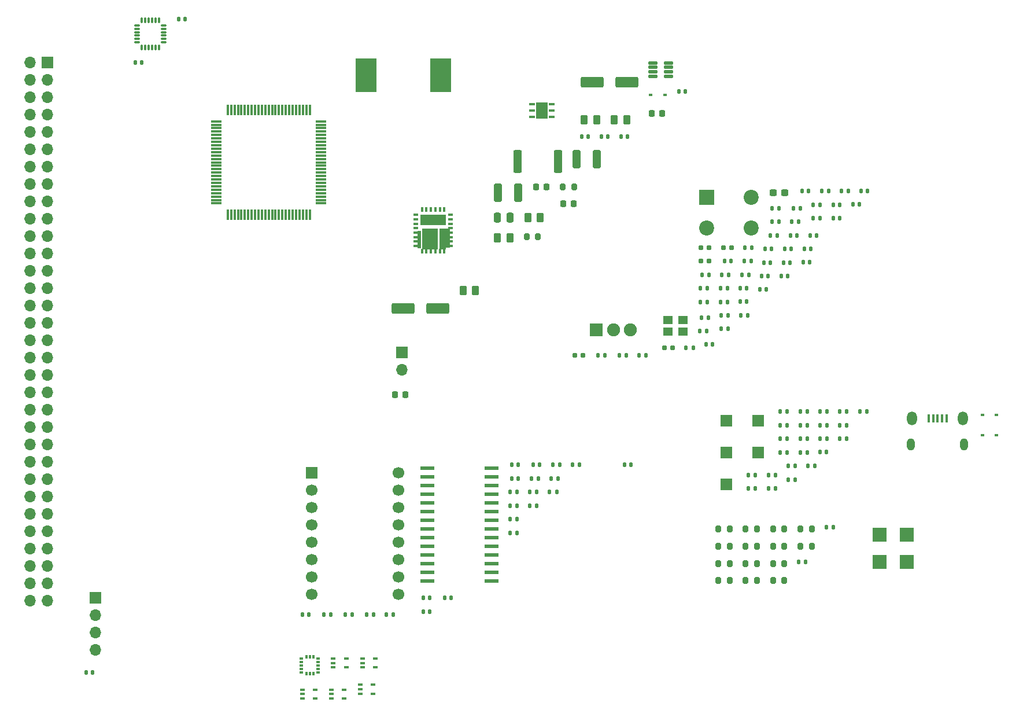
<source format=gbr>
%TF.GenerationSoftware,KiCad,Pcbnew,6.0.7+dfsg-1build1*%
%TF.CreationDate,2022-11-02T19:08:18-04:00*%
%TF.ProjectId,Fc,46632e6b-6963-4616-945f-706362585858,rev?*%
%TF.SameCoordinates,Original*%
%TF.FileFunction,Copper,L1,Top*%
%TF.FilePolarity,Positive*%
%FSLAX46Y46*%
G04 Gerber Fmt 4.6, Leading zero omitted, Abs format (unit mm)*
G04 Created by KiCad (PCBNEW 6.0.7+dfsg-1build1) date 2022-11-02 19:08:18*
%MOMM*%
%LPD*%
G01*
G04 APERTURE LIST*
G04 Aperture macros list*
%AMRoundRect*
0 Rectangle with rounded corners*
0 $1 Rounding radius*
0 $2 $3 $4 $5 $6 $7 $8 $9 X,Y pos of 4 corners*
0 Add a 4 corners polygon primitive as box body*
4,1,4,$2,$3,$4,$5,$6,$7,$8,$9,$2,$3,0*
0 Add four circle primitives for the rounded corners*
1,1,$1+$1,$2,$3*
1,1,$1+$1,$4,$5*
1,1,$1+$1,$6,$7*
1,1,$1+$1,$8,$9*
0 Add four rect primitives between the rounded corners*
20,1,$1+$1,$2,$3,$4,$5,0*
20,1,$1+$1,$4,$5,$6,$7,0*
20,1,$1+$1,$6,$7,$8,$9,0*
20,1,$1+$1,$8,$9,$2,$3,0*%
G04 Aperture macros list end*
%TA.AperFunction,EtchedComponent*%
%ADD10C,0.100000*%
%TD*%
%TA.AperFunction,SMDPad,CuDef*%
%ADD11R,2.000000X2.000000*%
%TD*%
%TA.AperFunction,SMDPad,CuDef*%
%ADD12RoundRect,0.200000X-0.200000X-0.275000X0.200000X-0.275000X0.200000X0.275000X-0.200000X0.275000X0*%
%TD*%
%TA.AperFunction,SMDPad,CuDef*%
%ADD13RoundRect,0.135000X-0.135000X-0.185000X0.135000X-0.185000X0.135000X0.185000X-0.135000X0.185000X0*%
%TD*%
%TA.AperFunction,SMDPad,CuDef*%
%ADD14R,0.450000X1.300000*%
%TD*%
%TA.AperFunction,ComponentPad*%
%ADD15O,1.450000X2.000000*%
%TD*%
%TA.AperFunction,ComponentPad*%
%ADD16O,1.150000X1.800000*%
%TD*%
%TA.AperFunction,ComponentPad*%
%ADD17R,1.700000X1.700000*%
%TD*%
%TA.AperFunction,SMDPad,CuDef*%
%ADD18R,0.600000X0.450000*%
%TD*%
%TA.AperFunction,SMDPad,CuDef*%
%ADD19RoundRect,0.140000X-0.140000X-0.170000X0.140000X-0.170000X0.140000X0.170000X-0.140000X0.170000X0*%
%TD*%
%TA.AperFunction,ComponentPad*%
%ADD20C,1.700000*%
%TD*%
%TA.AperFunction,SMDPad,CuDef*%
%ADD21R,0.650000X0.400000*%
%TD*%
%TA.AperFunction,SMDPad,CuDef*%
%ADD22R,2.000000X0.600000*%
%TD*%
%TA.AperFunction,SMDPad,CuDef*%
%ADD23RoundRect,0.087500X-0.187500X-0.087500X0.187500X-0.087500X0.187500X0.087500X-0.187500X0.087500X0*%
%TD*%
%TA.AperFunction,SMDPad,CuDef*%
%ADD24RoundRect,0.087500X-0.087500X-0.187500X0.087500X-0.187500X0.087500X0.187500X-0.087500X0.187500X0*%
%TD*%
%TA.AperFunction,SMDPad,CuDef*%
%ADD25RoundRect,0.147500X-0.147500X-0.172500X0.147500X-0.172500X0.147500X0.172500X-0.147500X0.172500X0*%
%TD*%
%TA.AperFunction,SMDPad,CuDef*%
%ADD26RoundRect,0.250000X-1.412500X-0.550000X1.412500X-0.550000X1.412500X0.550000X-1.412500X0.550000X0*%
%TD*%
%TA.AperFunction,ComponentPad*%
%ADD27R,1.900000X1.900000*%
%TD*%
%TA.AperFunction,ComponentPad*%
%ADD28C,1.900000*%
%TD*%
%TA.AperFunction,SMDPad,CuDef*%
%ADD29RoundRect,0.218750X-0.218750X-0.256250X0.218750X-0.256250X0.218750X0.256250X-0.218750X0.256250X0*%
%TD*%
%TA.AperFunction,SMDPad,CuDef*%
%ADD30RoundRect,0.250000X-0.362500X-1.425000X0.362500X-1.425000X0.362500X1.425000X-0.362500X1.425000X0*%
%TD*%
%TA.AperFunction,ComponentPad*%
%ADD31O,1.700000X1.700000*%
%TD*%
%TA.AperFunction,SMDPad,CuDef*%
%ADD32RoundRect,0.237500X-0.300000X-0.237500X0.300000X-0.237500X0.300000X0.237500X-0.300000X0.237500X0*%
%TD*%
%TA.AperFunction,SMDPad,CuDef*%
%ADD33RoundRect,0.250000X-0.262500X-0.450000X0.262500X-0.450000X0.262500X0.450000X-0.262500X0.450000X0*%
%TD*%
%TA.AperFunction,SMDPad,CuDef*%
%ADD34RoundRect,0.250000X-0.325000X-1.100000X0.325000X-1.100000X0.325000X1.100000X-0.325000X1.100000X0*%
%TD*%
%TA.AperFunction,SMDPad,CuDef*%
%ADD35RoundRect,0.125000X-0.537500X-0.125000X0.537500X-0.125000X0.537500X0.125000X-0.537500X0.125000X0*%
%TD*%
%TA.AperFunction,ComponentPad*%
%ADD36R,2.200000X2.200000*%
%TD*%
%TA.AperFunction,ComponentPad*%
%ADD37C,2.200000*%
%TD*%
%TA.AperFunction,SMDPad,CuDef*%
%ADD38R,3.098800X5.003800*%
%TD*%
%TA.AperFunction,SMDPad,CuDef*%
%ADD39R,0.704800X0.299974*%
%TD*%
%TA.AperFunction,SMDPad,CuDef*%
%ADD40R,0.299974X0.704800*%
%TD*%
%TA.AperFunction,SMDPad,CuDef*%
%ADD41R,3.700000X1.600000*%
%TD*%
%TA.AperFunction,SMDPad,CuDef*%
%ADD42RoundRect,0.225000X-0.225000X-0.250000X0.225000X-0.250000X0.225000X0.250000X-0.225000X0.250000X0*%
%TD*%
%TA.AperFunction,SMDPad,CuDef*%
%ADD43R,1.400000X1.200000*%
%TD*%
%TA.AperFunction,SMDPad,CuDef*%
%ADD44RoundRect,0.160000X-0.197500X-0.160000X0.197500X-0.160000X0.197500X0.160000X-0.197500X0.160000X0*%
%TD*%
%TA.AperFunction,SMDPad,CuDef*%
%ADD45RoundRect,0.075000X-0.350000X-0.075000X0.350000X-0.075000X0.350000X0.075000X-0.350000X0.075000X0*%
%TD*%
%TA.AperFunction,SMDPad,CuDef*%
%ADD46RoundRect,0.075000X0.075000X-0.350000X0.075000X0.350000X-0.075000X0.350000X-0.075000X-0.350000X0*%
%TD*%
%TA.AperFunction,SMDPad,CuDef*%
%ADD47RoundRect,0.250000X-0.250000X-0.475000X0.250000X-0.475000X0.250000X0.475000X-0.250000X0.475000X0*%
%TD*%
%TA.AperFunction,SMDPad,CuDef*%
%ADD48RoundRect,0.075000X-0.725000X-0.075000X0.725000X-0.075000X0.725000X0.075000X-0.725000X0.075000X0*%
%TD*%
%TA.AperFunction,SMDPad,CuDef*%
%ADD49RoundRect,0.075000X-0.075000X-0.725000X0.075000X-0.725000X0.075000X0.725000X-0.075000X0.725000X0*%
%TD*%
%TA.AperFunction,SMDPad,CuDef*%
%ADD50R,0.807999X0.407200*%
%TD*%
%TA.AperFunction,SMDPad,CuDef*%
%ADD51R,1.752600X2.489200*%
%TD*%
G04 APERTURE END LIST*
%TO.C,REG2*%
G36*
X100913900Y-78553401D02*
G01*
X100544900Y-78553401D01*
X100544900Y-76053401D01*
X100913900Y-76053401D01*
X100913900Y-78553401D01*
G37*
D10*
X100913900Y-78553401D02*
X100544900Y-78553401D01*
X100544900Y-76053401D01*
X100913900Y-76053401D01*
X100913900Y-78553401D01*
G36*
X103413400Y-78709401D02*
G01*
X101213400Y-78709401D01*
X101213400Y-75759401D01*
X103413400Y-75759401D01*
X103413400Y-78709401D01*
G37*
X103413400Y-78709401D02*
X101213400Y-78709401D01*
X101213400Y-75759401D01*
X103413400Y-75759401D01*
X103413400Y-78709401D01*
G36*
X105163400Y-78434902D02*
G01*
X103763400Y-78434902D01*
X103763400Y-75759901D01*
X105163400Y-75759901D01*
X105163400Y-78434902D01*
G37*
X105163400Y-78434902D02*
X103763400Y-78434902D01*
X103763400Y-75759901D01*
X105163400Y-75759901D01*
X105163400Y-78434902D01*
G36*
X104587900Y-78709900D02*
G01*
X103762900Y-78709900D01*
X103762900Y-78434900D01*
X104587900Y-78434900D01*
X104587900Y-78709900D01*
G37*
X104587900Y-78709900D02*
X103762900Y-78709900D01*
X103762900Y-78434900D01*
X104587900Y-78434900D01*
X104587900Y-78709900D01*
%TD*%
D11*
%TO.P,TP4,1,1*%
%TO.N,GND*%
X168145000Y-120480000D03*
%TD*%
%TO.P,TP3,1,1*%
%TO.N,+3V3*%
X172195000Y-124530000D03*
%TD*%
%TO.P,TP2,1,1*%
%TO.N,+5V*%
X168145000Y-124530000D03*
%TD*%
%TO.P,TP1,1,1*%
%TO.N,REG_VIN*%
X172195000Y-120480000D03*
%TD*%
D12*
%TO.P,R31,1*%
%TO.N,Net-(R31-Pad1)*%
X148570000Y-124730000D03*
%TO.P,R31,2*%
%TO.N,Net-(R31-Pad2)*%
X150220000Y-124730000D03*
%TD*%
%TO.P,R30,1*%
%TO.N,Net-(R30-Pad1)*%
X152580000Y-127240000D03*
%TO.P,R30,2*%
%TO.N,Net-(R30-Pad2)*%
X154230000Y-127240000D03*
%TD*%
%TO.P,R29,1*%
%TO.N,Net-(R29-Pad1)*%
X144560000Y-122220000D03*
%TO.P,R29,2*%
%TO.N,Net-(R29-Pad2)*%
X146210000Y-122220000D03*
%TD*%
%TO.P,R20,1*%
%TO.N,Net-(R20-Pad1)*%
X152580000Y-124730000D03*
%TO.P,R20,2*%
%TO.N,Net-(R20-Pad2)*%
X154230000Y-124730000D03*
%TD*%
%TO.P,R19,1*%
%TO.N,Net-(R19-Pad1)*%
X148570000Y-122220000D03*
%TO.P,R19,2*%
%TO.N,Net-(R19-Pad2)*%
X150220000Y-122220000D03*
%TD*%
%TO.P,R18,1*%
%TO.N,Net-(R18-Pad1)*%
X144560000Y-127240000D03*
%TO.P,R18,2*%
%TO.N,Net-(R18-Pad2)*%
X146210000Y-127240000D03*
%TD*%
%TO.P,R17,1*%
%TO.N,Net-(R17-Pad1)*%
X156590000Y-119710000D03*
%TO.P,R17,2*%
%TO.N,Net-(R17-Pad2)*%
X158240000Y-119710000D03*
%TD*%
%TO.P,R16,1*%
%TO.N,Net-(R16-Pad1)*%
X148570000Y-119710000D03*
%TO.P,R16,2*%
%TO.N,Net-(R16-Pad2)*%
X150220000Y-119710000D03*
%TD*%
%TO.P,R15,1*%
%TO.N,Net-(R15-Pad1)*%
X156590000Y-122220000D03*
%TO.P,R15,2*%
%TO.N,Net-(R15-Pad2)*%
X158240000Y-122220000D03*
%TD*%
%TO.P,R14,1*%
%TO.N,Net-(R14-Pad1)*%
X148570000Y-127240000D03*
%TO.P,R14,2*%
%TO.N,Net-(R14-Pad2)*%
X150220000Y-127240000D03*
%TD*%
%TO.P,R13,1*%
%TO.N,Net-(R13-Pad1)*%
X144560000Y-124730000D03*
%TO.P,R13,2*%
%TO.N,Net-(R13-Pad2)*%
X146210000Y-124730000D03*
%TD*%
%TO.P,R12,1*%
%TO.N,Net-(R12-Pad1)*%
X152580000Y-122220000D03*
%TO.P,R12,2*%
%TO.N,Net-(R12-Pad2)*%
X154230000Y-122220000D03*
%TD*%
%TO.P,R11,1*%
%TO.N,Net-(R11-Pad1)*%
X152580000Y-119710000D03*
%TO.P,R11,2*%
%TO.N,Net-(R11-Pad2)*%
X154230000Y-119710000D03*
%TD*%
%TO.P,R10,1*%
%TO.N,Net-(R10-Pad1)*%
X144560000Y-119710000D03*
%TO.P,R10,2*%
%TO.N,Net-(R10-Pad2)*%
X146210000Y-119710000D03*
%TD*%
D13*
%TO.P,R9,1*%
%TO.N,+3V3*%
X160365000Y-119450000D03*
%TO.P,R9,2*%
%TO.N,Net-(R9-Pad2)*%
X161385000Y-119450000D03*
%TD*%
%TO.P,R4T5,1*%
%TO.N,Net-(R2T5-Pad1)*%
X165265000Y-102490000D03*
%TO.P,R4T5,2*%
%TO.N,THRM5*%
X166285000Y-102490000D03*
%TD*%
%TO.P,R4T4,1*%
%TO.N,Net-(R2T4-Pad1)*%
X156535000Y-106470000D03*
%TO.P,R4T4,2*%
%TO.N,THRM4*%
X157555000Y-106470000D03*
%TD*%
%TO.P,R4T3,1*%
%TO.N,Net-(R2T3-Pad1)*%
X151885000Y-111790000D03*
%TO.P,R4T3,2*%
%TO.N,THRM3*%
X152905000Y-111790000D03*
%TD*%
%TO.P,R4T2,1*%
%TO.N,Net-(R2T2-Pad1)*%
X153625000Y-104480000D03*
%TO.P,R4T2,2*%
%TO.N,THRM2*%
X154645000Y-104480000D03*
%TD*%
%TO.P,R4T1,1*%
%TO.N,Net-(R2T1-Pad1)*%
X156535000Y-104480000D03*
%TO.P,R4T1,2*%
%TO.N,THRM1*%
X157555000Y-104480000D03*
%TD*%
%TO.P,R3T5,1*%
%TO.N,+3V3*%
X154795000Y-112440000D03*
%TO.P,R3T5,2*%
%TO.N,Net-(R2T5-Pad1)*%
X155815000Y-112440000D03*
%TD*%
%TO.P,R3T4,1*%
%TO.N,+3V3*%
X153625000Y-108460000D03*
%TO.P,R3T4,2*%
%TO.N,Net-(R2T4-Pad1)*%
X154645000Y-108460000D03*
%TD*%
%TO.P,R3T3,1*%
%TO.N,+3V3*%
X148975000Y-111790000D03*
%TO.P,R3T3,2*%
%TO.N,Net-(R2T3-Pad1)*%
X149995000Y-111790000D03*
%TD*%
%TO.P,R3T2,1*%
%TO.N,+3V3*%
X162355000Y-104480000D03*
%TO.P,R3T2,2*%
%TO.N,Net-(R2T2-Pad1)*%
X163375000Y-104480000D03*
%TD*%
%TO.P,R3T1,1*%
%TO.N,+3V3*%
X156535000Y-102490000D03*
%TO.P,R3T1,2*%
%TO.N,Net-(R2T1-Pad1)*%
X157555000Y-102490000D03*
%TD*%
%TO.P,R2T5,1*%
%TO.N,Net-(R2T5-Pad1)*%
X148975000Y-113780000D03*
%TO.P,R2T5,2*%
%TO.N,GND*%
X149995000Y-113780000D03*
%TD*%
%TO.P,R2T4,1*%
%TO.N,Net-(R2T4-Pad1)*%
X151885000Y-113780000D03*
%TO.P,R2T4,2*%
%TO.N,GND*%
X152905000Y-113780000D03*
%TD*%
%TO.P,R2T3,1*%
%TO.N,Net-(R2T3-Pad1)*%
X156535000Y-108460000D03*
%TO.P,R2T3,2*%
%TO.N,GND*%
X157555000Y-108460000D03*
%TD*%
%TO.P,R2T2,1*%
%TO.N,Net-(R2T2-Pad1)*%
X162355000Y-102490000D03*
%TO.P,R2T2,2*%
%TO.N,GND*%
X163375000Y-102490000D03*
%TD*%
%TO.P,R2T1,1*%
%TO.N,Net-(R2T1-Pad1)*%
X153625000Y-106470000D03*
%TO.P,R2T1,2*%
%TO.N,GND*%
X154645000Y-106470000D03*
%TD*%
%TO.P,R1T5,1*%
%TO.N,T5*%
X159445000Y-104480000D03*
%TO.P,R1T5,2*%
%TO.N,GND*%
X160465000Y-104480000D03*
%TD*%
%TO.P,R1T4,1*%
%TO.N,T4*%
X159445000Y-102490000D03*
%TO.P,R1T4,2*%
%TO.N,GND*%
X160465000Y-102490000D03*
%TD*%
%TO.P,R1T3,1*%
%TO.N,T3*%
X154795000Y-110450000D03*
%TO.P,R1T3,2*%
%TO.N,GND*%
X155815000Y-110450000D03*
%TD*%
%TO.P,R1T2,1*%
%TO.N,T2*%
X153625000Y-102490000D03*
%TO.P,R1T2,2*%
%TO.N,GND*%
X154645000Y-102490000D03*
%TD*%
%TO.P,R1T1,1*%
%TO.N,T1*%
X159445000Y-106470000D03*
%TO.P,R1T1,2*%
%TO.N,GND*%
X160465000Y-106470000D03*
%TD*%
D14*
%TO.P,J8,1,VBUS*%
%TO.N,VBUS*%
X175365000Y-103460000D03*
%TO.P,J8,2,D-*%
%TO.N,USB_D-*%
X176015000Y-103460000D03*
%TO.P,J8,3,D+*%
%TO.N,USB_D+*%
X176665000Y-103460000D03*
%TO.P,J8,4,ID*%
%TO.N,unconnected-(J8-Pad4)*%
X177315000Y-103460000D03*
%TO.P,J8,5,GND*%
%TO.N,GND*%
X177965000Y-103460000D03*
D15*
%TO.P,J8,6,Shield*%
%TO.N,unconnected-(J8-Pad6)*%
X172940000Y-103510000D03*
X180390000Y-103510000D03*
D16*
X172790000Y-107310000D03*
X180540000Y-107310000D03*
%TD*%
D17*
%TO.P,J7,1,Pin_1*%
%TO.N,T5*%
X145705000Y-108470000D03*
%TD*%
%TO.P,J6,1,Pin_1*%
%TO.N,T4*%
X150355000Y-103820000D03*
%TD*%
%TO.P,J5,1,Pin_1*%
%TO.N,T3*%
X145705000Y-103820000D03*
%TD*%
%TO.P,J4,1,Pin_1*%
%TO.N,T2*%
X145705000Y-113120000D03*
%TD*%
%TO.P,J3,1,Pin_1*%
%TO.N,T1*%
X150355000Y-108470000D03*
%TD*%
D18*
%TO.P,D5,1,K*%
%TO.N,+5V*%
X183215000Y-105920000D03*
%TO.P,D5,2,A*%
%TO.N,5VBAT*%
X185315000Y-105920000D03*
%TD*%
%TO.P,D4,1,K*%
%TO.N,+5V*%
X183215000Y-102970000D03*
%TO.P,D4,2,A*%
%TO.N,VBUS*%
X185315000Y-102970000D03*
%TD*%
D19*
%TO.P,C35,1*%
%TO.N,Net-(C35-Pad1)*%
X162365000Y-106460000D03*
%TO.P,C35,2*%
%TO.N,GND*%
X163325000Y-106460000D03*
%TD*%
%TO.P,C16,1*%
%TO.N,+3V3*%
X157715000Y-110440000D03*
%TO.P,C16,2*%
%TO.N,GND*%
X158675000Y-110440000D03*
%TD*%
%TO.P,C15,1*%
%TO.N,+3V3*%
X159455000Y-108450000D03*
%TO.P,C15,2*%
%TO.N,GND*%
X160415000Y-108450000D03*
%TD*%
%TO.P,C10,1*%
%TO.N,GND*%
X156365000Y-124460000D03*
%TO.P,C10,2*%
%TO.N,+3V3*%
X157325000Y-124460000D03*
%TD*%
D17*
%TO.P,U10,1,DIG1_C*%
%TO.N,Net-(R12-Pad2)*%
X85035000Y-111435000D03*
D20*
%TO.P,U10,2,DIG1_E*%
%TO.N,Net-(R14-Pad2)*%
X85035000Y-113975000D03*
%TO.P,U10,3,DIG1_D*%
%TO.N,Net-(R13-Pad2)*%
X85035000Y-116515000D03*
%TO.P,U10,4,DIG1_CA*%
%TO.N,+3V3*%
X85035000Y-119055000D03*
%TO.P,U10,5,DIG2_CA*%
X85035000Y-121595000D03*
%TO.P,U10,6,DIG2_D*%
%TO.N,Net-(R20-Pad1)*%
X85035000Y-124135000D03*
%TO.P,U10,7,DIG2_E*%
%TO.N,Net-(R29-Pad1)*%
X85035000Y-126675000D03*
%TO.P,U10,8,DIG2_C*%
%TO.N,Net-(R19-Pad1)*%
X85035000Y-129215000D03*
%TO.P,U10,9,DIG2_G*%
%TO.N,Net-(R31-Pad1)*%
X97735000Y-129215000D03*
%TO.P,U10,10,DIG2_A*%
%TO.N,Net-(R17-Pad1)*%
X97735000Y-126675000D03*
%TO.P,U10,11,DIG2_F*%
%TO.N,Net-(R30-Pad1)*%
X97735000Y-124135000D03*
%TO.P,U10,12,DIG2_B*%
%TO.N,Net-(R18-Pad1)*%
X97735000Y-121595000D03*
%TO.P,U10,13,DIG1_B*%
%TO.N,Net-(R11-Pad2)*%
X97735000Y-119055000D03*
%TO.P,U10,14,DIG1_F*%
%TO.N,Net-(R15-Pad2)*%
X97735000Y-116515000D03*
%TO.P,U10,15,DIG1_A*%
%TO.N,Net-(R10-Pad2)*%
X97735000Y-113975000D03*
%TO.P,U10,16,DIG1_G*%
%TO.N,Net-(R16-Pad2)*%
X97735000Y-111435000D03*
%TD*%
D21*
%TO.P,U9,1,+*%
%TO.N,T5*%
X92450000Y-138640000D03*
%TO.P,U9,2,V-*%
%TO.N,GND*%
X92450000Y-139290000D03*
%TO.P,U9,3,-*%
%TO.N,Net-(R2T5-Pad1)*%
X92450000Y-139940000D03*
%TO.P,U9,4*%
%TO.N,THRM5*%
X94350000Y-139940000D03*
%TO.P,U9,5,V+*%
%TO.N,+3V3*%
X94350000Y-138640000D03*
%TD*%
%TO.P,U8,1,+*%
%TO.N,T4*%
X88200000Y-138640000D03*
%TO.P,U8,2,V-*%
%TO.N,GND*%
X88200000Y-139290000D03*
%TO.P,U8,3,-*%
%TO.N,Net-(R2T4-Pad1)*%
X88200000Y-139940000D03*
%TO.P,U8,4*%
%TO.N,THRM4*%
X90100000Y-139940000D03*
%TO.P,U8,5,V+*%
%TO.N,+3V3*%
X90100000Y-138640000D03*
%TD*%
%TO.P,U7,1,+*%
%TO.N,T3*%
X83650000Y-143190000D03*
%TO.P,U7,2,V-*%
%TO.N,GND*%
X83650000Y-143840000D03*
%TO.P,U7,3,-*%
%TO.N,Net-(R2T3-Pad1)*%
X83650000Y-144490000D03*
%TO.P,U7,4*%
%TO.N,THRM3*%
X85550000Y-144490000D03*
%TO.P,U7,5,V+*%
%TO.N,+3V3*%
X85550000Y-143190000D03*
%TD*%
%TO.P,U6,1,+*%
%TO.N,T2*%
X87900000Y-143190000D03*
%TO.P,U6,2,V-*%
%TO.N,GND*%
X87900000Y-143840000D03*
%TO.P,U6,3,-*%
%TO.N,Net-(R2T2-Pad1)*%
X87900000Y-144490000D03*
%TO.P,U6,4*%
%TO.N,THRM2*%
X89800000Y-144490000D03*
%TO.P,U6,5,V+*%
%TO.N,+3V3*%
X89800000Y-143190000D03*
%TD*%
%TO.P,U5,1,+*%
%TO.N,T1*%
X92150000Y-142490000D03*
%TO.P,U5,2,V-*%
%TO.N,GND*%
X92150000Y-143140000D03*
%TO.P,U5,3,-*%
%TO.N,Net-(R2T1-Pad1)*%
X92150000Y-143790000D03*
%TO.P,U5,4*%
%TO.N,THRM1*%
X94050000Y-143790000D03*
%TO.P,U5,5,V+*%
%TO.N,+3V3*%
X94050000Y-142490000D03*
%TD*%
D22*
%TO.P,U4,1,GPB0*%
%TO.N,Net-(R10-Pad1)*%
X101930000Y-110795000D03*
%TO.P,U4,2,GPB1*%
%TO.N,Net-(R11-Pad1)*%
X101930000Y-112065000D03*
%TO.P,U4,3,GPB2*%
%TO.N,Net-(R12-Pad1)*%
X101930000Y-113335000D03*
%TO.P,U4,4,GPB3*%
%TO.N,Net-(R13-Pad1)*%
X101930000Y-114605000D03*
%TO.P,U4,5,GPB4*%
%TO.N,Net-(R14-Pad1)*%
X101930000Y-115875000D03*
%TO.P,U4,6,GPB5*%
%TO.N,Net-(R15-Pad1)*%
X101930000Y-117145000D03*
%TO.P,U4,7,GPB6*%
%TO.N,Net-(R16-Pad1)*%
X101930000Y-118415000D03*
%TO.P,U4,8,GPB7*%
%TO.N,unconnected-(U4-Pad8)*%
X101930000Y-119685000D03*
%TO.P,U4,9,VDD*%
%TO.N,+3V3*%
X101930000Y-120955000D03*
%TO.P,U4,10,VSS*%
%TO.N,GND*%
X101930000Y-122225000D03*
%TO.P,U4,11,NC*%
%TO.N,unconnected-(U4-Pad11)*%
X101930000Y-123495000D03*
%TO.P,U4,12,SCK*%
%TO.N,I2C1_SCL*%
X101930000Y-124765000D03*
%TO.P,U4,13,SDA*%
%TO.N,I2C1_SDA*%
X101930000Y-126035000D03*
%TO.P,U4,14,NC*%
%TO.N,unconnected-(U4-Pad14)*%
X101930000Y-127305000D03*
%TO.P,U4,15,A0*%
%TO.N,GND*%
X111330000Y-127305000D03*
%TO.P,U4,16,A1*%
X111330000Y-126035000D03*
%TO.P,U4,17,A2*%
X111330000Y-124765000D03*
%TO.P,U4,18,~{RESET}*%
%TO.N,Net-(R9-Pad2)*%
X111330000Y-123495000D03*
%TO.P,U4,19,INTB*%
%TO.N,unconnected-(U4-Pad19)*%
X111330000Y-122225000D03*
%TO.P,U4,20,INTA*%
%TO.N,unconnected-(U4-Pad20)*%
X111330000Y-120955000D03*
%TO.P,U4,21,GPA0*%
%TO.N,Net-(R17-Pad2)*%
X111330000Y-119685000D03*
%TO.P,U4,22,GPA1*%
%TO.N,Net-(R18-Pad2)*%
X111330000Y-118415000D03*
%TO.P,U4,23,GPA2*%
%TO.N,Net-(R19-Pad2)*%
X111330000Y-117145000D03*
%TO.P,U4,24,GPA3*%
%TO.N,Net-(R20-Pad2)*%
X111330000Y-115875000D03*
%TO.P,U4,25,GPA4*%
%TO.N,Net-(R29-Pad2)*%
X111330000Y-114605000D03*
%TO.P,U4,26,GPA5*%
%TO.N,Net-(R30-Pad2)*%
X111330000Y-113335000D03*
%TO.P,U4,27,GPA6*%
%TO.N,Net-(R31-Pad2)*%
X111330000Y-112065000D03*
%TO.P,U4,28,GPA7*%
%TO.N,unconnected-(U4-Pad28)*%
X111330000Y-110795000D03*
%TD*%
D23*
%TO.P,U3,1,VDDIO*%
%TO.N,+3V3*%
X83525000Y-138640000D03*
%TO.P,U3,2,SCL/SPC*%
%TO.N,SPI3_SCK*%
X83525000Y-139140000D03*
%TO.P,U3,3,SDA/SDI*%
%TO.N,SPI3_MOSI*%
X83525000Y-139640000D03*
%TO.P,U3,4,SAO/SD0*%
%TO.N,SPI3_MISO*%
X83525000Y-140140000D03*
%TO.P,U3,5,~{CS}*%
%TO.N,GND*%
X83525000Y-140640000D03*
D24*
%TO.P,U3,6,INT*%
%TO.N,INT0*%
X84250000Y-140865000D03*
%TO.P,U3,7,RESV*%
%TO.N,unconnected-(U3-Pad7)*%
X84750000Y-140865000D03*
%TO.P,U3,8,FSYNC*%
%TO.N,GND*%
X85250000Y-140865000D03*
D23*
%TO.P,U3,9,GND*%
X85975000Y-140640000D03*
%TO.P,U3,10,GND*%
X85975000Y-140140000D03*
%TO.P,U3,11,GND*%
X85975000Y-139640000D03*
%TO.P,U3,12,GND*%
X85975000Y-139140000D03*
%TO.P,U3,13,GND*%
X85975000Y-138640000D03*
D24*
%TO.P,U3,14,REGOUT*%
%TO.N,Net-(C35-Pad1)*%
X85250000Y-138415000D03*
%TO.P,U3,15,GND*%
%TO.N,GND*%
X84750000Y-138415000D03*
%TO.P,U3,16,VDD*%
%TO.N,+3V3*%
X84250000Y-138415000D03*
%TD*%
D13*
%TO.P,R43,1*%
%TO.N,Net-(PWR1-Pad1)*%
X116960000Y-114290000D03*
%TO.P,R43,2*%
%TO.N,GND*%
X117980000Y-114290000D03*
%TD*%
%TO.P,R42,1*%
%TO.N,LED8*%
X117190000Y-112300000D03*
%TO.P,R42,2*%
%TO.N,Net-(NAV1-Pad2)*%
X118210000Y-112300000D03*
%TD*%
%TO.P,R41,1*%
%TO.N,LED7*%
X120100000Y-112300000D03*
%TO.P,R41,2*%
%TO.N,Net-(GOAL1-Pad2)*%
X121120000Y-112300000D03*
%TD*%
%TO.P,R40,1*%
%TO.N,LED6*%
X119870000Y-114290000D03*
%TO.P,R40,2*%
%TO.N,Net-(R40-Pad2)*%
X120890000Y-114290000D03*
%TD*%
%TO.P,R39,1*%
%TO.N,LED5*%
X120330000Y-110310000D03*
%TO.P,R39,2*%
%TO.N,Net-(R39-Pad2)*%
X121350000Y-110310000D03*
%TD*%
%TO.P,R38,1*%
%TO.N,LED4*%
X114050000Y-118270000D03*
%TO.P,R38,2*%
%TO.N,Net-(MT4-Pad2)*%
X115070000Y-118270000D03*
%TD*%
%TO.P,R37,1*%
%TO.N,TIM1_CH3*%
X123240000Y-110310000D03*
%TO.P,R37,2*%
%TO.N,Net-(D2-Pad1)*%
X124260000Y-110310000D03*
%TD*%
%TO.P,R36,1*%
%TO.N,TIM1_CH2*%
X114050000Y-114290000D03*
%TO.P,R36,2*%
%TO.N,Net-(D2-Pad2)*%
X115070000Y-114290000D03*
%TD*%
%TO.P,R35,1*%
%TO.N,TIM1_CH1*%
X114050000Y-116280000D03*
%TO.P,R35,2*%
%TO.N,Net-(D2-Pad3)*%
X115070000Y-116280000D03*
%TD*%
%TO.P,R34,1*%
%TO.N,LED3*%
X116960000Y-116280000D03*
%TO.P,R34,2*%
%TO.N,Net-(R34-Pad2)*%
X117980000Y-116280000D03*
%TD*%
%TO.P,R33,1*%
%TO.N,LED2*%
X95980000Y-132190000D03*
%TO.P,R33,2*%
%TO.N,Net-(R33-Pad2)*%
X97000000Y-132190000D03*
%TD*%
%TO.P,R32,1*%
%TO.N,LED1*%
X114050000Y-120260000D03*
%TO.P,R32,2*%
%TO.N,Net-(R32-Pad2)*%
X115070000Y-120260000D03*
%TD*%
D25*
%TO.P,PWR1,1,K*%
%TO.N,Net-(PWR1-Pad1)*%
X83680000Y-132190000D03*
%TO.P,PWR1,2,A*%
%TO.N,+3V3*%
X84650000Y-132190000D03*
%TD*%
%TO.P,NAV1,1,K*%
%TO.N,GND*%
X89960000Y-132190000D03*
%TO.P,NAV1,2,A*%
%TO.N,Net-(NAV1-Pad2)*%
X90930000Y-132190000D03*
%TD*%
%TO.P,MT4,1,K*%
%TO.N,GND*%
X101360000Y-129780000D03*
%TO.P,MT4,2,A*%
%TO.N,Net-(MT4-Pad2)*%
X102330000Y-129780000D03*
%TD*%
%TO.P,MT3,1,K*%
%TO.N,GND*%
X104500000Y-129780000D03*
%TO.P,MT3,2,A*%
%TO.N,Net-(R34-Pad2)*%
X105470000Y-129780000D03*
%TD*%
%TO.P,MT2,1,K*%
%TO.N,GND*%
X114310000Y-110310000D03*
%TO.P,MT2,2,A*%
%TO.N,Net-(R33-Pad2)*%
X115280000Y-110310000D03*
%TD*%
%TO.P,MT1,1,K*%
%TO.N,GND*%
X101360000Y-131770000D03*
%TO.P,MT1,2,A*%
%TO.N,Net-(R32-Pad2)*%
X102330000Y-131770000D03*
%TD*%
%TO.P,GOAL1,1,K*%
%TO.N,GND*%
X93100000Y-132190000D03*
%TO.P,GOAL1,2,A*%
%TO.N,Net-(GOAL1-Pad2)*%
X94070000Y-132190000D03*
%TD*%
%TO.P,FATAL1,1,K*%
%TO.N,GND*%
X86820000Y-132190000D03*
%TO.P,FATAL1,2,A*%
%TO.N,Net-(R40-Pad2)*%
X87790000Y-132190000D03*
%TD*%
%TO.P,ESCT1,1,K*%
%TO.N,GND*%
X117450000Y-110310000D03*
%TO.P,ESCT1,2,A*%
%TO.N,Net-(R39-Pad2)*%
X118420000Y-110310000D03*
%TD*%
%TO.P,D2,1,BA*%
%TO.N,Net-(D2-Pad1)*%
X114310000Y-112300000D03*
%TO.P,D2,2,GA*%
%TO.N,Net-(D2-Pad2)*%
X115280000Y-112300000D03*
%TD*%
D19*
%TO.P,C9,1*%
%TO.N,+3V3*%
X130850000Y-110300000D03*
%TO.P,C9,2*%
%TO.N,GND*%
X131810000Y-110300000D03*
%TD*%
D26*
%TO.P,C33,1*%
%TO.N,5VBAT*%
X126062500Y-54300000D03*
%TO.P,C33,2*%
%TO.N,GND*%
X131137500Y-54300000D03*
%TD*%
D19*
%TO.P,C7,1*%
%TO.N,+3V3*%
X162605000Y-70230000D03*
%TO.P,C7,2*%
%TO.N,GND*%
X163565000Y-70230000D03*
%TD*%
D27*
%TO.P,S2,1*%
%TO.N,GND*%
X126705000Y-90510000D03*
D28*
%TO.P,S2,2*%
%TO.N,Net-(R6-Pad2)*%
X129205000Y-90510000D03*
%TO.P,S2,3*%
%TO.N,+3V3*%
X131705000Y-90510000D03*
%TD*%
D13*
%TO.P,R2,1*%
%TO.N,+3V3*%
X158475000Y-74220000D03*
%TO.P,R2,2*%
%TO.N,I2C1_SDA*%
X159495000Y-74220000D03*
%TD*%
D29*
%TO.P,5VPWR1,1,K*%
%TO.N,Net-(5VPWR1-Pad1)*%
X117842500Y-69660000D03*
%TO.P,5VPWR1,2,A*%
%TO.N,5VBAT*%
X119417500Y-69660000D03*
%TD*%
D30*
%TO.P,R22,1*%
%TO.N,REG_VIN*%
X115177500Y-65920000D03*
%TO.P,R22,2*%
%TO.N,VBAT*%
X121102500Y-65920000D03*
%TD*%
D13*
%TO.P,R16,1*%
%TO.N,LED5*%
X141945000Y-86450000D03*
%TO.P,R16,2*%
%TO.N,Net-(R16-Pad2)*%
X142965000Y-86450000D03*
%TD*%
D17*
%TO.P,RPI_UART1,1,Pin_1*%
%TO.N,+5V*%
X53390000Y-129790000D03*
D31*
%TO.P,RPI_UART1,2,Pin_2*%
%TO.N,GND*%
X53390000Y-132330000D03*
%TO.P,RPI_UART1,3,Pin_3*%
%TO.N,Net-(J2-Pad8)*%
X53390000Y-134870000D03*
%TO.P,RPI_UART1,4,Pin_4*%
%TO.N,Net-(J2-Pad10)*%
X53390000Y-137410000D03*
%TD*%
D19*
%TO.P,C6,1*%
%TO.N,+3V3*%
X147875000Y-88390000D03*
%TO.P,C6,2*%
%TO.N,GND*%
X148835000Y-88390000D03*
%TD*%
D32*
%TO.P,C1,1*%
%TO.N,+3V3*%
X152562500Y-70500000D03*
%TO.P,C1,2*%
%TO.N,GND*%
X154287500Y-70500000D03*
%TD*%
D33*
%TO.P,R21,1*%
%TO.N,REG_VIN*%
X116677500Y-74090000D03*
%TO.P,R21,2*%
%TO.N,REG_EN*%
X118502500Y-74090000D03*
%TD*%
D34*
%TO.P,C26,1*%
%TO.N,REG_VIN*%
X123835000Y-65600000D03*
%TO.P,C26,2*%
%TO.N,GND*%
X126785000Y-65600000D03*
%TD*%
D35*
%TO.P,U2,1,IN+*%
%TO.N,VBAT*%
X135012500Y-51475000D03*
%TO.P,U2,2,IN-*%
%TO.N,REG_VIN*%
X135012500Y-52125000D03*
%TO.P,U2,3,GND*%
%TO.N,GND*%
X135012500Y-52775000D03*
%TO.P,U2,4,VS*%
%TO.N,+3V3*%
X135012500Y-53425000D03*
%TO.P,U2,5,SCL*%
%TO.N,I2C3_SCL*%
X137287500Y-53425000D03*
%TO.P,U2,6,SDA*%
%TO.N,I2C3_SDA*%
X137287500Y-52775000D03*
%TO.P,U2,7,A0*%
%TO.N,GND*%
X137287500Y-52125000D03*
%TO.P,U2,8,A1*%
X137287500Y-51475000D03*
%TD*%
D13*
%TO.P,R15,1*%
%TO.N,LED4*%
X144855000Y-84460000D03*
%TO.P,R15,2*%
%TO.N,Net-(FATAL1-Pad2)*%
X145875000Y-84460000D03*
%TD*%
D19*
%TO.P,C19,1*%
%TO.N,NRST*%
X145005000Y-90400000D03*
%TO.P,C19,2*%
%TO.N,GND*%
X145965000Y-90400000D03*
%TD*%
D33*
%TO.P,R25,1*%
%TO.N,Net-(C31-Pad2)*%
X107197500Y-84830000D03*
%TO.P,R25,2*%
%TO.N,REG_FB*%
X109022500Y-84830000D03*
%TD*%
D13*
%TO.P,R1,1*%
%TO.N,+3V3*%
X144855000Y-86450000D03*
%TO.P,R1,2*%
%TO.N,I2C1_SCL*%
X145875000Y-86450000D03*
%TD*%
D36*
%TO.P,S1,1*%
%TO.N,NRST*%
X142875000Y-71120000D03*
D37*
%TO.P,S1,2*%
X149375000Y-71120000D03*
%TO.P,S1,3*%
%TO.N,GND*%
X142875000Y-75620000D03*
%TO.P,S1,4*%
X149375000Y-75620000D03*
%TD*%
D38*
%TO.P,L1,1,1*%
%TO.N,REG_CS*%
X92974401Y-53314600D03*
%TO.P,L1,2,2*%
%TO.N,5VBAT*%
X103875599Y-53314600D03*
%TD*%
D19*
%TO.P,C10,1*%
%TO.N,+3V3*%
X142775000Y-92680000D03*
%TO.P,C10,2*%
%TO.N,GND*%
X143735000Y-92680000D03*
%TD*%
D13*
%TO.P,R10,1*%
%TO.N,LED2*%
X158475000Y-72230000D03*
%TO.P,R10,2*%
%TO.N,Net-(D1-Pad2)*%
X159495000Y-72230000D03*
%TD*%
D19*
%TO.P,C21,1*%
%TO.N,VREF+*%
X147775000Y-84450000D03*
%TO.P,C21,2*%
%TO.N,GND*%
X148735000Y-84450000D03*
%TD*%
%TO.P,C8,1*%
%TO.N,+3V3*%
X150645000Y-84640000D03*
%TO.P,C8,2*%
%TO.N,GND*%
X151605000Y-84640000D03*
%TD*%
%TO.P,C20,1*%
%TO.N,VREF+*%
X156995000Y-80680000D03*
%TO.P,C20,2*%
%TO.N,GND*%
X157955000Y-80680000D03*
%TD*%
D25*
%TO.P,D1,1,BA*%
%TO.N,Net-(D1-Pad1)*%
X152455000Y-74740000D03*
%TO.P,D1,2,GA*%
%TO.N,Net-(D1-Pad2)*%
X153425000Y-74740000D03*
%TD*%
D13*
%TO.P,R11,1*%
%TO.N,LED3*%
X148445000Y-78490000D03*
%TO.P,R11,2*%
%TO.N,Net-(D1-Pad1)*%
X149465000Y-78490000D03*
%TD*%
D39*
%TO.P,REG2,1,PVDD*%
%TO.N,REG_VDD*%
X100261000Y-73728402D03*
%TO.P,REG2,2,PGND*%
%TO.N,GND*%
X100261000Y-74378400D03*
%TO.P,REG2,3,NC*%
%TO.N,unconnected-(REG2-Pad3)*%
X100261000Y-75028402D03*
%TO.P,REG2,4,SW*%
%TO.N,REG_CS*%
X100261000Y-75678400D03*
%TO.P,REG2,5,PGND*%
%TO.N,GND*%
X100261000Y-76328402D03*
%TO.P,REG2,6,PGND*%
X100261000Y-76978400D03*
%TO.P,REG2,7,PGND*%
X100261000Y-77628402D03*
%TO.P,REG2,8,PGND*%
X100261000Y-78278400D03*
D40*
%TO.P,REG2,9,SW*%
%TO.N,REG_CS*%
X101188399Y-79055800D03*
%TO.P,REG2,10,SW*%
X101838401Y-79055800D03*
%TO.P,REG2,11,SW*%
X102488399Y-79055800D03*
%TO.P,REG2,12,SW*%
X103138401Y-79055800D03*
%TO.P,REG2,13,PVIN*%
%TO.N,REG_VIN*%
X103788399Y-79055800D03*
%TO.P,REG2,14,PVIN*%
X104438401Y-79055800D03*
D39*
%TO.P,REG2,15,PVIN*%
X105365800Y-78278400D03*
%TO.P,REG2,16,PVIN*%
X105365800Y-77628402D03*
%TO.P,REG2,17,PVIN*%
X105365800Y-76978400D03*
%TO.P,REG2,18,PVIN*%
X105365800Y-76328402D03*
%TO.P,REG2,19,PVIN*%
X105365800Y-75678400D03*
%TO.P,REG2,20,BST*%
%TO.N,REG_BST*%
X105365800Y-75028402D03*
%TO.P,REG2,21,PGND*%
%TO.N,GND*%
X105365800Y-74378400D03*
%TO.P,REG2,22,CS*%
%TO.N,REG_CS*%
X105365800Y-73728402D03*
D40*
%TO.P,REG2,23,SGND*%
%TO.N,GND*%
X104438401Y-72951002D03*
%TO.P,REG2,24,FB*%
%TO.N,REG_FB*%
X103788399Y-72951002D03*
%TO.P,REG2,25,PG*%
%TO.N,REG_PG*%
X103138401Y-72951002D03*
%TO.P,REG2,26,EN*%
%TO.N,REG_EN*%
X102488399Y-72951002D03*
%TO.P,REG2,27,VIN*%
%TO.N,REG_VIN*%
X101838401Y-72951002D03*
%TO.P,REG2,28,VDD*%
%TO.N,REG_VDD*%
X101188399Y-72951002D03*
D41*
%TO.P,REG2,29,EPAD*%
%TO.N,unconnected-(REG2-Pad29)*%
X102813400Y-74453401D03*
%TD*%
D42*
%TO.P,C28,1*%
%TO.N,+3V3*%
X121865000Y-72130000D03*
%TO.P,C28,2*%
%TO.N,GND*%
X123415000Y-72130000D03*
%TD*%
D43*
%TO.P,25MHz1,1,1*%
%TO.N,HSE_IN*%
X137185000Y-90810000D03*
%TO.P,25MHz1,2,2*%
%TO.N,GND*%
X139385000Y-90810000D03*
%TO.P,25MHz1,3,3*%
%TO.N,Net-(25MHz1-Pad3)*%
X139385000Y-89110000D03*
%TO.P,25MHz1,4,4*%
%TO.N,GND*%
X137185000Y-89110000D03*
%TD*%
D18*
%TO.P,D3,1,K*%
%TO.N,REG_BST*%
X134650000Y-56150000D03*
%TO.P,D3,2,A*%
%TO.N,REG_VDD*%
X136750000Y-56150000D03*
%TD*%
D13*
%TO.P,R18,1*%
%TO.N,LED7*%
X145085000Y-82470000D03*
%TO.P,R18,2*%
%TO.N,Net-(GOAL1-Pad2)*%
X146105000Y-82470000D03*
%TD*%
D25*
%TO.P,FATAL1,1,K*%
%TO.N,GND*%
X130105000Y-94280000D03*
%TO.P,FATAL1,2,A*%
%TO.N,Net-(FATAL1-Pad2)*%
X131075000Y-94280000D03*
%TD*%
D44*
%TO.P,R3,1*%
%TO.N,+3V3*%
X123537500Y-94280000D03*
%TO.P,R3,2*%
%TO.N,I2C3_SCL*%
X124732500Y-94280000D03*
%TD*%
%TO.P,R4,1*%
%TO.N,+3V3*%
X136687500Y-93180000D03*
%TO.P,R4,2*%
%TO.N,I2C3_SDA*%
X137882500Y-93180000D03*
%TD*%
D13*
%TO.P,R13,1*%
%TO.N,TIM1_CH2*%
X132985000Y-94280000D03*
%TO.P,R13,2*%
%TO.N,Net-(D2-Pad2)*%
X134005000Y-94280000D03*
%TD*%
D25*
%TO.P,WD1,1,K*%
%TO.N,GND*%
X152455000Y-72750000D03*
%TO.P,WD1,2,A*%
%TO.N,Net-(R16-Pad2)*%
X153425000Y-72750000D03*
%TD*%
D19*
%TO.P,C15,1*%
%TO.N,GND*%
X52020000Y-140700000D03*
%TO.P,C15,2*%
%TO.N,+3V3*%
X52980000Y-140700000D03*
%TD*%
D44*
%TO.P,R7,1*%
%TO.N,HSE_OUT*%
X142027500Y-78490000D03*
%TO.P,R7,2*%
%TO.N,Net-(25MHz1-Pad3)*%
X143222500Y-78490000D03*
%TD*%
D19*
%TO.P,C12,1*%
%TO.N,+3V3*%
X147775000Y-86420000D03*
%TO.P,C12,2*%
%TO.N,GND*%
X148735000Y-86420000D03*
%TD*%
D44*
%TO.P,R5,1*%
%TO.N,VDDA*%
X145277500Y-78490000D03*
%TO.P,R5,2*%
%TO.N,VREF+*%
X146472500Y-78490000D03*
%TD*%
D12*
%TO.P,R28,1*%
%TO.N,GND*%
X116525000Y-76880000D03*
%TO.P,R28,2*%
%TO.N,Net-(5VPWR1-Pad1)*%
X118175000Y-76880000D03*
%TD*%
D34*
%TO.P,C34,1*%
%TO.N,5VBAT*%
X112285000Y-70490000D03*
%TO.P,C34,2*%
%TO.N,GND*%
X115235000Y-70490000D03*
%TD*%
D45*
%TO.P,U3,1,CLKIN*%
%TO.N,unconnected-(U3-Pad1)*%
X59440000Y-45990000D03*
%TO.P,U3,2*%
%TO.N,N/C*%
X59440000Y-46490000D03*
%TO.P,U3,3*%
X59440000Y-46990000D03*
%TO.P,U3,4*%
X59440000Y-47490000D03*
%TO.P,U3,5*%
X59440000Y-47990000D03*
%TO.P,U3,6,AUX_SDA*%
%TO.N,unconnected-(U3-Pad6)*%
X59440000Y-48490000D03*
D46*
%TO.P,U3,7,AUX_SCL*%
%TO.N,unconnected-(U3-Pad7)*%
X60140000Y-49190000D03*
%TO.P,U3,8,~{CS}*%
%TO.N,GND*%
X60640000Y-49190000D03*
%TO.P,U3,9,AD0/MISO*%
%TO.N,SPI3_MISO*%
X61140000Y-49190000D03*
%TO.P,U3,10,REGOUT*%
%TO.N,Net-(C16-Pad1)*%
X61640000Y-49190000D03*
%TO.P,U3,11,FSYNC*%
%TO.N,unconnected-(U3-Pad11)*%
X62140000Y-49190000D03*
%TO.P,U3,12,INT*%
%TO.N,INT0*%
X62640000Y-49190000D03*
D45*
%TO.P,U3,13,VDD*%
%TO.N,+3V3*%
X63340000Y-48490000D03*
%TO.P,U3,14*%
%TO.N,N/C*%
X63340000Y-47990000D03*
%TO.P,U3,15*%
X63340000Y-47490000D03*
%TO.P,U3,16*%
X63340000Y-46990000D03*
%TO.P,U3,17*%
X63340000Y-46490000D03*
%TO.P,U3,18,GND*%
%TO.N,GND*%
X63340000Y-45990000D03*
D46*
%TO.P,U3,19*%
%TO.N,N/C*%
X62640000Y-45290000D03*
%TO.P,U3,20,CPOUT*%
%TO.N,Net-(C36-Pad1)*%
X62140000Y-45290000D03*
%TO.P,U3,21*%
%TO.N,N/C*%
X61640000Y-45290000D03*
%TO.P,U3,22*%
X61140000Y-45290000D03*
%TO.P,U3,23,SCL/SCLK*%
%TO.N,SPI3_SCK*%
X60640000Y-45290000D03*
%TO.P,U3,24,SDA/MOSI*%
%TO.N,SPI3_MOSI*%
X60140000Y-45290000D03*
%TD*%
D13*
%TO.P,R14,1*%
%TO.N,TIM1_CH3*%
X139855000Y-93180000D03*
%TO.P,R14,2*%
%TO.N,Net-(D2-Pad1)*%
X140875000Y-93180000D03*
%TD*%
D29*
%TO.P,LED1,1,K*%
%TO.N,Net-(LED1-Pad1)*%
X97212500Y-100000000D03*
%TO.P,LED1,2,A*%
%TO.N,+3V3*%
X98787500Y-100000000D03*
%TD*%
D47*
%TO.P,C32,1*%
%TO.N,5VBAT*%
X112210000Y-74120000D03*
%TO.P,C32,2*%
%TO.N,GND*%
X114110000Y-74120000D03*
%TD*%
D13*
%TO.P,R8,1*%
%TO.N,Net-(R6-Pad2)*%
X159685000Y-70240000D03*
%TO.P,R8,2*%
%TO.N,Net-(BOOT1-Pad2)*%
X160705000Y-70240000D03*
%TD*%
D48*
%TO.P,U1,1,PE2*%
%TO.N,LED3*%
X71065000Y-60040000D03*
%TO.P,U1,2,PE3*%
%TO.N,LED4*%
X71065000Y-60540000D03*
%TO.P,U1,3,PE4*%
%TO.N,LED5*%
X71065000Y-61040000D03*
%TO.P,U1,4,PE5*%
%TO.N,LED6*%
X71065000Y-61540000D03*
%TO.P,U1,5,PE6*%
%TO.N,LED7*%
X71065000Y-62040000D03*
%TO.P,U1,6,VBAT*%
%TO.N,+3V3*%
X71065000Y-62540000D03*
%TO.P,U1,7,PC13*%
%TO.N,LED8*%
X71065000Y-63040000D03*
%TO.P,U1,8,PC14*%
%TO.N,unconnected-(U1-Pad8)*%
X71065000Y-63540000D03*
%TO.P,U1,9,PC15*%
%TO.N,unconnected-(U1-Pad9)*%
X71065000Y-64040000D03*
%TO.P,U1,10,VSS*%
%TO.N,GND*%
X71065000Y-64540000D03*
%TO.P,U1,11,VDD*%
%TO.N,+3V3*%
X71065000Y-65040000D03*
%TO.P,U1,12,PH0*%
%TO.N,HSE_IN*%
X71065000Y-65540000D03*
%TO.P,U1,13,PH1*%
%TO.N,HSE_OUT*%
X71065000Y-66040000D03*
%TO.P,U1,14,NRST*%
%TO.N,NRST*%
X71065000Y-66540000D03*
%TO.P,U1,15,PC0*%
%TO.N,unconnected-(U1-Pad15)*%
X71065000Y-67040000D03*
%TO.P,U1,16,PC1*%
%TO.N,unconnected-(U1-Pad16)*%
X71065000Y-67540000D03*
%TO.P,U1,17,PC2*%
%TO.N,SPI2_MISO*%
X71065000Y-68040000D03*
%TO.P,U1,18,PC3*%
%TO.N,SPI2_MOSI*%
X71065000Y-68540000D03*
%TO.P,U1,19,VDD*%
%TO.N,+3V3*%
X71065000Y-69040000D03*
%TO.P,U1,20,VSSA*%
%TO.N,GND*%
X71065000Y-69540000D03*
%TO.P,U1,21,VREF+*%
%TO.N,VREF+*%
X71065000Y-70040000D03*
%TO.P,U1,22,VDDA*%
%TO.N,VDDA*%
X71065000Y-70540000D03*
%TO.P,U1,23,PA0*%
%TO.N,THRM1*%
X71065000Y-71040000D03*
%TO.P,U1,24,PA1*%
%TO.N,THRM2*%
X71065000Y-71540000D03*
%TO.P,U1,25,PA2*%
%TO.N,THRM3*%
X71065000Y-72040000D03*
D49*
%TO.P,U1,26,PA3*%
%TO.N,USART2_RX*%
X72740000Y-73715000D03*
%TO.P,U1,27,VSS*%
%TO.N,GND*%
X73240000Y-73715000D03*
%TO.P,U1,28,VDD*%
%TO.N,+3V3*%
X73740000Y-73715000D03*
%TO.P,U1,29,PA4*%
%TO.N,unconnected-(U1-Pad29)*%
X74240000Y-73715000D03*
%TO.P,U1,30,PA5*%
%TO.N,SPI1_SCK*%
X74740000Y-73715000D03*
%TO.P,U1,31,PA6*%
%TO.N,SPI1_MISO*%
X75240000Y-73715000D03*
%TO.P,U1,32,PA7*%
%TO.N,SPI1_MOSI*%
X75740000Y-73715000D03*
%TO.P,U1,33,PC4*%
%TO.N,unconnected-(U1-Pad33)*%
X76240000Y-73715000D03*
%TO.P,U1,34,PC5*%
%TO.N,THRM5*%
X76740000Y-73715000D03*
%TO.P,U1,35,PB0*%
%TO.N,THRM4*%
X77240000Y-73715000D03*
%TO.P,U1,36,PB1*%
%TO.N,unconnected-(U1-Pad36)*%
X77740000Y-73715000D03*
%TO.P,U1,37,PB2*%
%TO.N,unconnected-(U1-Pad37)*%
X78240000Y-73715000D03*
%TO.P,U1,38,PE7*%
%TO.N,unconnected-(U1-Pad38)*%
X78740000Y-73715000D03*
%TO.P,U1,39,PE8*%
%TO.N,unconnected-(U1-Pad39)*%
X79240000Y-73715000D03*
%TO.P,U1,40,PE9*%
%TO.N,TIM1_CH1*%
X79740000Y-73715000D03*
%TO.P,U1,41,PE10*%
%TO.N,unconnected-(U1-Pad41)*%
X80240000Y-73715000D03*
%TO.P,U1,42,PE11*%
%TO.N,TIM1_CH2*%
X80740000Y-73715000D03*
%TO.P,U1,43,PE12*%
%TO.N,unconnected-(U1-Pad43)*%
X81240000Y-73715000D03*
%TO.P,U1,44,PE13*%
%TO.N,TIM1_CH3*%
X81740000Y-73715000D03*
%TO.P,U1,45,PE14*%
%TO.N,unconnected-(U1-Pad45)*%
X82240000Y-73715000D03*
%TO.P,U1,46,PE15*%
%TO.N,unconnected-(U1-Pad46)*%
X82740000Y-73715000D03*
%TO.P,U1,47,PB10*%
%TO.N,TIM2_CH3*%
X83240000Y-73715000D03*
%TO.P,U1,48,PB11*%
%TO.N,TIM2_CH4*%
X83740000Y-73715000D03*
%TO.P,U1,49,VCAP_1*%
%TO.N,Net-(CV1-Pad1)*%
X84240000Y-73715000D03*
%TO.P,U1,50,VDD*%
%TO.N,+3V3*%
X84740000Y-73715000D03*
D48*
%TO.P,U1,51,PB12*%
%TO.N,unconnected-(U1-Pad51)*%
X86415000Y-72040000D03*
%TO.P,U1,52,PB13*%
%TO.N,unconnected-(U1-Pad52)*%
X86415000Y-71540000D03*
%TO.P,U1,53,PB14*%
%TO.N,unconnected-(U1-Pad53)*%
X86415000Y-71040000D03*
%TO.P,U1,54,PB15*%
%TO.N,unconnected-(U1-Pad54)*%
X86415000Y-70540000D03*
%TO.P,U1,55,PD8*%
%TO.N,USART3_TX*%
X86415000Y-70040000D03*
%TO.P,U1,56,PD9*%
%TO.N,USART3_RX*%
X86415000Y-69540000D03*
%TO.P,U1,57,PD10*%
%TO.N,INT0*%
X86415000Y-69040000D03*
%TO.P,U1,58,PD11*%
%TO.N,INT1*%
X86415000Y-68540000D03*
%TO.P,U1,59,PD12*%
%TO.N,INT2*%
X86415000Y-68040000D03*
%TO.P,U1,60,PD13*%
%TO.N,INT3*%
X86415000Y-67540000D03*
%TO.P,U1,61,PD14*%
%TO.N,unconnected-(U1-Pad61)*%
X86415000Y-67040000D03*
%TO.P,U1,62,PD15*%
%TO.N,unconnected-(U1-Pad62)*%
X86415000Y-66540000D03*
%TO.P,U1,63,PC6*%
%TO.N,unconnected-(U1-Pad63)*%
X86415000Y-66040000D03*
%TO.P,U1,64,PC7*%
%TO.N,unconnected-(U1-Pad64)*%
X86415000Y-65540000D03*
%TO.P,U1,65,PC8*%
%TO.N,unconnected-(U1-Pad65)*%
X86415000Y-65040000D03*
%TO.P,U1,66,PC9*%
%TO.N,I2C3_SDA*%
X86415000Y-64540000D03*
%TO.P,U1,67,PA8*%
%TO.N,I2C3_SCL*%
X86415000Y-64040000D03*
%TO.P,U1,68,PA9*%
%TO.N,unconnected-(U1-Pad68)*%
X86415000Y-63540000D03*
%TO.P,U1,69,PA10*%
%TO.N,unconnected-(U1-Pad69)*%
X86415000Y-63040000D03*
%TO.P,U1,70,PA11*%
%TO.N,USB_D-*%
X86415000Y-62540000D03*
%TO.P,U1,71,PA12*%
%TO.N,USB_D+*%
X86415000Y-62040000D03*
%TO.P,U1,72,PA13*%
%TO.N,SPI2_SCK*%
X86415000Y-61540000D03*
%TO.P,U1,73,VCAP_2*%
%TO.N,Net-(CV2-Pad1)*%
X86415000Y-61040000D03*
%TO.P,U1,74,VSS*%
%TO.N,GND*%
X86415000Y-60540000D03*
%TO.P,U1,75,VDD*%
%TO.N,+3V3*%
X86415000Y-60040000D03*
D49*
%TO.P,U1,76,PA14*%
%TO.N,unconnected-(U1-Pad76)*%
X84740000Y-58365000D03*
%TO.P,U1,77,PA15*%
%TO.N,TIM2_CH1*%
X84240000Y-58365000D03*
%TO.P,U1,78,PC10*%
%TO.N,SPI3_SCK*%
X83740000Y-58365000D03*
%TO.P,U1,79,PC11*%
%TO.N,SPI3_MISO*%
X83240000Y-58365000D03*
%TO.P,U1,80,PC12*%
%TO.N,UART5_TX*%
X82740000Y-58365000D03*
%TO.P,U1,81,PD0*%
%TO.N,unconnected-(U1-Pad81)*%
X82240000Y-58365000D03*
%TO.P,U1,82,PD1*%
%TO.N,unconnected-(U1-Pad82)*%
X81740000Y-58365000D03*
%TO.P,U1,83,PD2*%
%TO.N,UART5_RX*%
X81240000Y-58365000D03*
%TO.P,U1,84,PD3*%
%TO.N,unconnected-(U1-Pad84)*%
X80740000Y-58365000D03*
%TO.P,U1,85,PD4*%
%TO.N,unconnected-(U1-Pad85)*%
X80240000Y-58365000D03*
%TO.P,U1,86,PD5*%
%TO.N,USART2_TX*%
X79740000Y-58365000D03*
%TO.P,U1,87,PD6*%
%TO.N,unconnected-(U1-Pad87)*%
X79240000Y-58365000D03*
%TO.P,U1,88,PD7*%
%TO.N,unconnected-(U1-Pad88)*%
X78740000Y-58365000D03*
%TO.P,U1,89,PB3*%
%TO.N,TIM2_CH2*%
X78240000Y-58365000D03*
%TO.P,U1,90,PB4*%
%TO.N,unconnected-(U1-Pad90)*%
X77740000Y-58365000D03*
%TO.P,U1,91,PB5*%
%TO.N,SPI3_MOSI*%
X77240000Y-58365000D03*
%TO.P,U1,92,PB6*%
%TO.N,I2C1_SCL*%
X76740000Y-58365000D03*
%TO.P,U1,93,PB7*%
%TO.N,I2C1_SDA*%
X76240000Y-58365000D03*
%TO.P,U1,94,BOOT0*%
%TO.N,BOOT0*%
X75740000Y-58365000D03*
%TO.P,U1,95,PB8*%
%TO.N,unconnected-(U1-Pad95)*%
X75240000Y-58365000D03*
%TO.P,U1,96,PB9*%
%TO.N,unconnected-(U1-Pad96)*%
X74740000Y-58365000D03*
%TO.P,U1,97,PE0*%
%TO.N,LED1*%
X74240000Y-58365000D03*
%TO.P,U1,98,PE1*%
%TO.N,LED2*%
X73740000Y-58365000D03*
%TO.P,U1,99,VSS*%
%TO.N,GND*%
X73240000Y-58365000D03*
%TO.P,U1,100,VDD*%
%TO.N,+3V3*%
X72740000Y-58365000D03*
%TD*%
D13*
%TO.P,R17,1*%
%TO.N,LED6*%
X152195000Y-76730000D03*
%TO.P,R17,2*%
%TO.N,Net-(R17-Pad2)*%
X153215000Y-76730000D03*
%TD*%
D19*
%TO.P,C30,1*%
%TO.N,+3V3*%
X130320000Y-62310000D03*
%TO.P,C30,2*%
%TO.N,GND*%
X131280000Y-62310000D03*
%TD*%
D33*
%TO.P,R26,1*%
%TO.N,5VBAT*%
X129327500Y-59850000D03*
%TO.P,R26,2*%
%TO.N,REG_FB*%
X131152500Y-59850000D03*
%TD*%
D19*
%TO.P,C16,1*%
%TO.N,Net-(C16-Pad1)*%
X65520000Y-45050000D03*
%TO.P,C16,2*%
%TO.N,GND*%
X66480000Y-45050000D03*
%TD*%
%TO.P,CV2,1*%
%TO.N,Net-(CV2-Pad1)*%
X165475000Y-70230000D03*
%TO.P,CV2,2*%
%TO.N,GND*%
X166435000Y-70230000D03*
%TD*%
%TO.P,C27,1*%
%TO.N,REG_VDD*%
X138780000Y-55660000D03*
%TO.P,C27,2*%
%TO.N,GND*%
X139740000Y-55660000D03*
%TD*%
D25*
%TO.P,GOAL1,1,K*%
%TO.N,GND*%
X156805000Y-70240000D03*
%TO.P,GOAL1,2,A*%
%TO.N,Net-(GOAL1-Pad2)*%
X157775000Y-70240000D03*
%TD*%
D33*
%TO.P,R24,1*%
%TO.N,REG_VDD*%
X124917500Y-59850000D03*
%TO.P,R24,2*%
%TO.N,REG_PG*%
X126742500Y-59850000D03*
%TD*%
D19*
%TO.P,C23,1*%
%TO.N,Net-(25MHz1-Pad3)*%
X141865000Y-90710000D03*
%TO.P,C23,2*%
%TO.N,GND*%
X142825000Y-90710000D03*
%TD*%
%TO.P,C17,1*%
%TO.N,VDDA*%
X161395000Y-74190000D03*
%TO.P,C17,2*%
%TO.N,GND*%
X162355000Y-74190000D03*
%TD*%
D42*
%TO.P,C24,1*%
%TO.N,+5V*%
X134805000Y-58880000D03*
%TO.P,C24,2*%
%TO.N,GND*%
X136355000Y-58880000D03*
%TD*%
D12*
%TO.P,R23,1*%
%TO.N,GND*%
X121815000Y-69620000D03*
%TO.P,R23,2*%
%TO.N,Net-(LED1-Pad1)*%
X123465000Y-69620000D03*
%TD*%
D19*
%TO.P,C31,1*%
%TO.N,REG_CS*%
X124580000Y-62310000D03*
%TO.P,C31,2*%
%TO.N,Net-(C31-Pad2)*%
X125540000Y-62310000D03*
%TD*%
%TO.P,C14,1*%
%TO.N,+3V3*%
X154125000Y-80700000D03*
%TO.P,C14,2*%
%TO.N,GND*%
X155085000Y-80700000D03*
%TD*%
D25*
%TO.P,FB1,1*%
%TO.N,VDDA*%
X151380000Y-78720000D03*
%TO.P,FB1,2*%
%TO.N,+3V3*%
X152350000Y-78720000D03*
%TD*%
D19*
%TO.P,C5,1*%
%TO.N,+3V3*%
X157985000Y-76720000D03*
%TO.P,C5,2*%
%TO.N,GND*%
X158945000Y-76720000D03*
%TD*%
D13*
%TO.P,R19,1*%
%TO.N,LED8*%
X147995000Y-82470000D03*
%TO.P,R19,2*%
%TO.N,Net-(NAV1-Pad2)*%
X149015000Y-82470000D03*
%TD*%
D25*
%TO.P,PWR1,1,K*%
%TO.N,Net-(PWR1-Pad1)*%
X142115000Y-88730000D03*
%TO.P,PWR1,2,A*%
%TO.N,+3V3*%
X143085000Y-88730000D03*
%TD*%
D19*
%TO.P,CV1,1*%
%TO.N,Net-(CV1-Pad1)*%
X153785000Y-82670000D03*
%TO.P,CV1,2*%
%TO.N,GND*%
X154745000Y-82670000D03*
%TD*%
D13*
%TO.P,R20,1*%
%TO.N,Net-(PWR1-Pad1)*%
X141945000Y-84460000D03*
%TO.P,R20,2*%
%TO.N,GND*%
X142965000Y-84460000D03*
%TD*%
D19*
%TO.P,C4,1*%
%TO.N,+3V3*%
X155115000Y-76720000D03*
%TO.P,C4,2*%
%TO.N,GND*%
X156075000Y-76720000D03*
%TD*%
%TO.P,C29,1*%
%TO.N,REG_BST*%
X127450000Y-62310000D03*
%TO.P,C29,2*%
%TO.N,REG_CS*%
X128410000Y-62310000D03*
%TD*%
D25*
%TO.P,BOOT1,1,K*%
%TO.N,GND*%
X126965000Y-94280000D03*
%TO.P,BOOT1,2,A*%
%TO.N,Net-(BOOT1-Pad2)*%
X127935000Y-94280000D03*
%TD*%
D26*
%TO.P,C25,1*%
%TO.N,REG_VIN*%
X98392500Y-87430000D03*
%TO.P,C25,2*%
%TO.N,GND*%
X103467500Y-87430000D03*
%TD*%
D19*
%TO.P,C11,1*%
%TO.N,+3V3*%
X150915000Y-82670000D03*
%TO.P,C11,2*%
%TO.N,GND*%
X151875000Y-82670000D03*
%TD*%
D25*
%TO.P,NAV1,1,K*%
%TO.N,GND*%
X155595000Y-72750000D03*
%TO.P,NAV1,2,A*%
%TO.N,Net-(NAV1-Pad2)*%
X156565000Y-72750000D03*
%TD*%
%TO.P,WD2,1,K*%
%TO.N,GND*%
X145455000Y-80480000D03*
%TO.P,WD2,2,A*%
%TO.N,Net-(R17-Pad2)*%
X146425000Y-80480000D03*
%TD*%
D19*
%TO.P,C2,1*%
%TO.N,+3V3*%
X164265000Y-72200000D03*
%TO.P,C2,2*%
%TO.N,GND*%
X165225000Y-72200000D03*
%TD*%
D44*
%TO.P,R6,1*%
%TO.N,BOOT0*%
X142027500Y-80480000D03*
%TO.P,R6,2*%
%TO.N,Net-(R6-Pad2)*%
X143222500Y-80480000D03*
%TD*%
D13*
%TO.P,R9,1*%
%TO.N,LED1*%
X155335000Y-74740000D03*
%TO.P,R9,2*%
%TO.N,Net-(D1-Pad3)*%
X156355000Y-74740000D03*
%TD*%
D19*
%TO.P,C9,1*%
%TO.N,+3V3*%
X154275000Y-78710000D03*
%TO.P,C9,2*%
%TO.N,GND*%
X155235000Y-78710000D03*
%TD*%
D50*
%TO.P,REG1,1,OUT*%
%TO.N,+3V3*%
X117266000Y-57505999D03*
%TO.P,REG1,2,ADJ/SENSE*%
X117266000Y-58456000D03*
%TO.P,REG1,3,GND*%
%TO.N,GND*%
X117266000Y-59406001D03*
%TO.P,REG1,4,PG*%
%TO.N,unconnected-(REG1-Pad4)*%
X120156800Y-59406001D03*
%TO.P,REG1,5,EN*%
%TO.N,+5V*%
X120156800Y-58456000D03*
%TO.P,REG1,6,IN*%
X120156800Y-57505999D03*
D51*
%TO.P,REG1,7,GND*%
%TO.N,GND*%
X118711400Y-58456000D03*
%TD*%
D19*
%TO.P,C13,1*%
%TO.N,+3V3*%
X161395000Y-72220000D03*
%TO.P,C13,2*%
%TO.N,GND*%
X162355000Y-72220000D03*
%TD*%
D17*
%TO.P,J1,1,Pin_1*%
%TO.N,VBAT*%
X98280000Y-93830000D03*
D31*
%TO.P,J1,2,Pin_2*%
%TO.N,GND*%
X98280000Y-96370000D03*
%TD*%
D25*
%TO.P,D2,1,BA*%
%TO.N,Net-(D2-Pad1)*%
X142205000Y-82470000D03*
%TO.P,D2,2,GA*%
%TO.N,Net-(D2-Pad2)*%
X143175000Y-82470000D03*
%TD*%
D19*
%TO.P,C22,1*%
%TO.N,HSE_IN*%
X151255000Y-80700000D03*
%TO.P,C22,2*%
%TO.N,GND*%
X152215000Y-80700000D03*
%TD*%
D13*
%TO.P,R12,1*%
%TO.N,TIM1_CH1*%
X148335000Y-80480000D03*
%TO.P,R12,2*%
%TO.N,Net-(D2-Pad3)*%
X149355000Y-80480000D03*
%TD*%
D19*
%TO.P,C3,1*%
%TO.N,+3V3*%
X157145000Y-78690000D03*
%TO.P,C3,2*%
%TO.N,GND*%
X158105000Y-78690000D03*
%TD*%
%TO.P,C36,1*%
%TO.N,Net-(C36-Pad1)*%
X59170000Y-51400000D03*
%TO.P,C36,2*%
%TO.N,GND*%
X60130000Y-51400000D03*
%TD*%
%TO.P,C18,1*%
%TO.N,VDDA*%
X145005000Y-88430000D03*
%TO.P,C18,2*%
%TO.N,GND*%
X145965000Y-88430000D03*
%TD*%
D17*
%TO.P,J2,1,3V3*%
%TO.N,unconnected-(J2-Pad1)*%
X46355000Y-51435000D03*
D31*
%TO.P,J2,2,5V*%
%TO.N,+5V*%
X43815000Y-51435000D03*
%TO.P,J2,3,SDA/GPIO2*%
%TO.N,unconnected-(J2-Pad3)*%
X46355000Y-53975000D03*
%TO.P,J2,4,5V*%
%TO.N,+5V*%
X43815000Y-53975000D03*
%TO.P,J2,5,SCL/GPIO3*%
%TO.N,unconnected-(J2-Pad5)*%
X46355000Y-56515000D03*
%TO.P,J2,6,GND*%
%TO.N,GND*%
X43815000Y-56515000D03*
%TO.P,J2,7,GCLK0/GPIO4*%
%TO.N,unconnected-(J2-Pad7)*%
X46355000Y-59055000D03*
%TO.P,J2,8,GPIO14/TXD*%
%TO.N,Net-(J2-Pad8)*%
X43815000Y-59055000D03*
%TO.P,J2,9,GND*%
%TO.N,GND*%
X46355000Y-61595000D03*
%TO.P,J2,10,GPIO15/RXD*%
%TO.N,Net-(J2-Pad10)*%
X43815000Y-61595000D03*
%TO.P,J2,11,GPIO17*%
%TO.N,unconnected-(J2-Pad11)*%
X46355000Y-64135000D03*
%TO.P,J2,12,GPIO18/PWM0*%
%TO.N,unconnected-(J2-Pad12)*%
X43815000Y-64135000D03*
%TO.P,J2,13,GPIO27*%
%TO.N,unconnected-(J2-Pad13)*%
X46355000Y-66675000D03*
%TO.P,J2,14,GND*%
%TO.N,GND*%
X43815000Y-66675000D03*
%TO.P,J2,15,GPIO22*%
%TO.N,unconnected-(J2-Pad15)*%
X46355000Y-69215000D03*
%TO.P,J2,16,GPIO23*%
%TO.N,unconnected-(J2-Pad16)*%
X43815000Y-69215000D03*
%TO.P,J2,17,3V3*%
%TO.N,unconnected-(J2-Pad17)*%
X46355000Y-71755000D03*
%TO.P,J2,18,GPIO24*%
%TO.N,unconnected-(J2-Pad18)*%
X43815000Y-71755000D03*
%TO.P,J2,19,MOSI0/GPIO10*%
%TO.N,SPI2_MOSI*%
X46355000Y-74295000D03*
%TO.P,J2,20,GND*%
%TO.N,GND*%
X43815000Y-74295000D03*
%TO.P,J2,21,MISO0/GPIO9*%
%TO.N,SPI2_MISO*%
X46355000Y-76835000D03*
%TO.P,J2,22,GPIO25*%
%TO.N,unconnected-(J2-Pad22)*%
X43815000Y-76835000D03*
%TO.P,J2,23,SCLK0/GPIO11*%
%TO.N,SPI2_SCK*%
X46355000Y-79375000D03*
%TO.P,J2,24,~{CE0}/GPIO8*%
%TO.N,unconnected-(J2-Pad24)*%
X43815000Y-79375000D03*
%TO.P,J2,25,GND*%
%TO.N,GND*%
X46355000Y-81915000D03*
%TO.P,J2,26,~{CE1}/GPIO7*%
%TO.N,unconnected-(J2-Pad26)*%
X43815000Y-81915000D03*
%TO.P,J2,27,ID_SD/GPIO0*%
%TO.N,unconnected-(J2-Pad27)*%
X46355000Y-84455000D03*
%TO.P,J2,28,ID_SC/GPIO1*%
%TO.N,unconnected-(J2-Pad28)*%
X43815000Y-84455000D03*
%TO.P,J2,29,GCLK1/GPIO5*%
%TO.N,unconnected-(J2-Pad29)*%
X46355000Y-86995000D03*
%TO.P,J2,30,GND*%
%TO.N,GND*%
X43815000Y-86995000D03*
%TO.P,J2,31,GCLK2/GPIO6*%
%TO.N,unconnected-(J2-Pad31)*%
X46355000Y-89535000D03*
%TO.P,J2,32,PWM0/GPIO12*%
%TO.N,unconnected-(J2-Pad32)*%
X43815000Y-89535000D03*
%TO.P,J2,33,PWM1/GPIO13*%
%TO.N,unconnected-(J2-Pad33)*%
X46355000Y-92075000D03*
%TO.P,J2,34,GND*%
%TO.N,GND*%
X43815000Y-92075000D03*
%TO.P,J2,35,GPIO19/MISO1*%
%TO.N,unconnected-(J2-Pad35)*%
X46355000Y-94615000D03*
%TO.P,J2,36,GPIO16*%
%TO.N,unconnected-(J2-Pad36)*%
X43815000Y-94615000D03*
%TO.P,J2,37,GPIO26*%
%TO.N,unconnected-(J2-Pad37)*%
X46355000Y-97155000D03*
%TO.P,J2,38,GPIO20/MOSI1*%
%TO.N,unconnected-(J2-Pad38)*%
X43815000Y-97155000D03*
%TO.P,J2,39,GND*%
%TO.N,GND*%
X46355000Y-99695000D03*
%TO.P,J2,40,GPIO21/SCLK1*%
%TO.N,unconnected-(J2-Pad40)*%
X43815000Y-99695000D03*
%TO.P,J2,41*%
%TO.N,N/C*%
X46355000Y-102235000D03*
%TO.P,J2,42*%
X43815000Y-102235000D03*
%TO.P,J2,43*%
X46355000Y-104775000D03*
%TO.P,J2,44*%
X43815000Y-104775000D03*
%TO.P,J2,45*%
X46355000Y-107315000D03*
%TO.P,J2,46*%
X43815000Y-107315000D03*
%TO.P,J2,47*%
X46355000Y-109855000D03*
%TO.P,J2,48*%
X43815000Y-109855000D03*
%TO.P,J2,49*%
X46355000Y-112395000D03*
%TO.P,J2,50*%
X43815000Y-112395000D03*
%TO.P,J2,51*%
X46355000Y-114935000D03*
%TO.P,J2,52*%
X43815000Y-114935000D03*
%TO.P,J2,53*%
X46355000Y-117475000D03*
%TO.P,J2,54*%
X43815000Y-117475000D03*
%TO.P,J2,55*%
X46355000Y-120015000D03*
%TO.P,J2,56*%
X43815000Y-120015000D03*
%TO.P,J2,57*%
X46355000Y-122555000D03*
%TO.P,J2,58*%
X43815000Y-122555000D03*
%TO.P,J2,59*%
X46355000Y-125095000D03*
%TO.P,J2,60*%
X43815000Y-125095000D03*
%TO.P,J2,61*%
X46355000Y-127635000D03*
%TO.P,J2,62*%
X43815000Y-127635000D03*
%TO.P,J2,63*%
X46355000Y-130175000D03*
%TO.P,J2,64*%
X43815000Y-130175000D03*
%TD*%
D33*
%TO.P,R27,1*%
%TO.N,REG_FB*%
X112227500Y-77100000D03*
%TO.P,R27,2*%
%TO.N,GND*%
X114052500Y-77100000D03*
%TD*%
M02*

</source>
